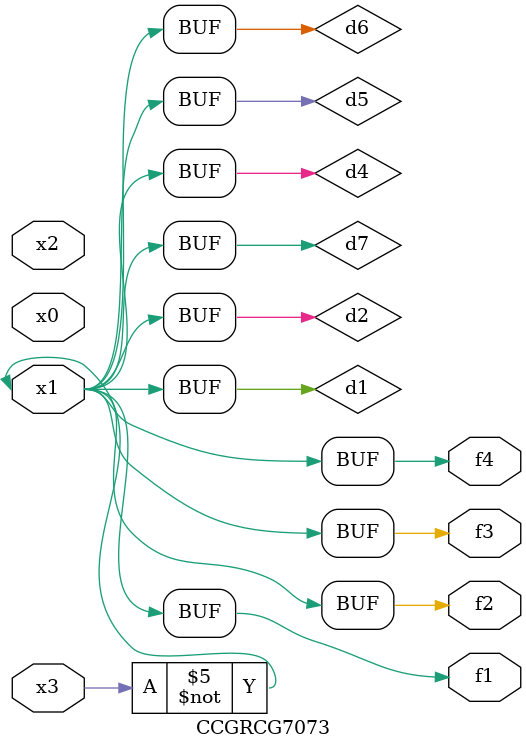
<source format=v>
module CCGRCG7073(
	input x0, x1, x2, x3,
	output f1, f2, f3, f4
);

	wire d1, d2, d3, d4, d5, d6, d7;

	not (d1, x3);
	buf (d2, x1);
	xnor (d3, d1, d2);
	nor (d4, d1);
	buf (d5, d1, d2);
	buf (d6, d4, d5);
	nand (d7, d4);
	assign f1 = d6;
	assign f2 = d7;
	assign f3 = d6;
	assign f4 = d6;
endmodule

</source>
